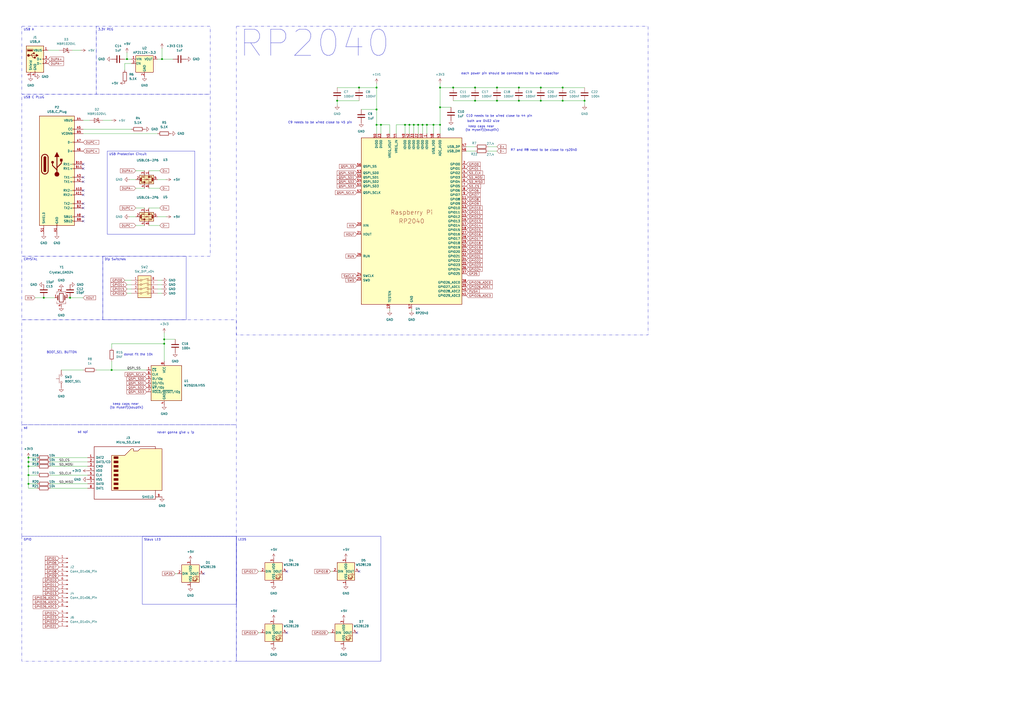
<source format=kicad_sch>
(kicad_sch (version 20250114) (generator "eeschema") (generator_version "9.0")
  (paper "A2")
  (title_block (title "HACKDUCKY BY SOUPTIK ") (date "2025-04-06") (rev "V2"))
  (text "sd spi \n" (at 48.514 250.698 0) (effects (font (size 1.27 1.27))))
  (text "C9 needs to be wired close to 45 pin" (at 185.674 71.12 0) (effects (font (size 1.27 1.27))))
  (text "keep caps near \n(to myself)(souptik)\n" (at 73.406 235.458 0) (effects (font (size 1.27 1.27))))
  (text "donot fit the 10k \n" (at 80.772 205.74 0) (effects (font (size 1.27 1.27))))
  (text "R7 and R8 need to be close to rp2040" (at 315.468 87.122 0) (effects (font (size 1.27 1.27))))
  (text "C10 needs to be wired close to 44 pin" (at 289.56 67.31 0) (effects (font (size 1.27 1.27))))
  (text "BOOT_SEL BUTTON\n" (at 35.814 204.47 0) (effects (font (size 1.27 1.27))))
  (text "never gonna give u ip\n" (at 101.854 250.952 0) (effects (font (size 1.27 1.27))))
  (text "keep caps near \n(to myself)(souptik)\n" (at 279.654 74.422 0) (effects (font (size 1.27 1.27))))
  (text "both are 0402 size" (at 280.416 70.358 0) (effects (font (size 1.27 1.27))))
  (text "each power pin should be connected to its own capacitor" (at 295.91 42.672 0) (effects (font (size 1.27 1.27))))
  (text_box "CRYSTAL" (at 12.7 148.59 0) (size 46.99 36.83) (margins 0.9525 0.9525 0.9525 0.9525) (stroke (width 0) (type dash_dot_dot)) (effects (font (size 1.27 1.27)) (justify left top)))
  (text_box "LEDS\n\n" (at 137.16 311.15 0) (size 83.82 72.39) (margins 0.9525 0.9525 0.9525 0.9525) (effects (font (size 1.27 1.27)) (justify left top)))
  (text_box "RP2040\n" (at 137.16 15.24 0) (size 238.76 179.07) (margins 0.9525 0.9525 0.9525 0.9525) (stroke (width 0) (type dash_dot_dot)) (effects (font (size 15.24 15.24)) (justify left top)))
  (text_box "USB Protection Circuit\n" (at 62.23 87.63 0) (size 50.8 48.26) (margins 0.9525 0.9525 0.9525 0.9525) (effects (font (size 1.27 1.27)) (justify left top)))
  (text_box "Staus LED\n" (at 82.55 311.15 0) (size 54.61 39.37) (margins 0.9525 0.9525 0.9525 0.9525) (effects (font (size 1.27 1.27)) (justify left top)))
  (text_box "" (at 12.7 185.42 0) (size 124.46 60.96) (margins 0.9525 0.9525 0.9525 0.9525) (stroke (width 0) (type dash_dot_dot)) (effects (font (size 1.27 1.27)) (justify left top)))
  (text_box "USB C PLUG" (at 12.7 54.61 0) (size 109.22 93.98) (margins 0.9525 0.9525 0.9525 0.9525) (stroke (width 0) (type dash_dot_dot)) (effects (font (size 1.27 1.27)) (justify left top)))
  (text_box "sd\n" (at 12.7 246.38 0) (size 124.46 64.77) (margins 0.9525 0.9525 0.9525 0.9525) (stroke (width 0) (type dash_dot_dot)) (effects (font (size 1.27 1.27)) (justify left top)))
  (text_box "Dip Switches\n" (at 59.69 148.59 0) (size 48.26 36.83) (margins 0.9525 0.9525 0.9525 0.9525) (effects (font (size 1.27 1.27)) (justify left top)))
  (text_box "3.3V REG\n" (at 55.88 15.24 0) (size 66.04 39.37) (margins 0.9525 0.9525 0.9525 0.9525) (stroke (width 0) (type dash_dot_dot)) (effects (font (size 1.27 1.27)) (justify left top)))
  (text_box "USB A\n" (at 12.7 15.24 0) (size 43.18 39.37) (margins 0.9525 0.9525 0.9525 0.9525) (stroke (width 0) (type dash_dot_dot)) (effects (font (size 1.27 1.27)) (justify left top)))
  (text_box "GPIO\n" (at 12.7 311.15 0) (size 124.46 72.39) (margins 0.9525 0.9525 0.9525 0.9525) (stroke (width 0) (type dash_dot_dot)) (effects (font (size 1.27 1.27)) (justify left top)))
  (junction (at 220.98 72.39))
  (junction (at 300.99 58.42))
  (junction (at 16.51 280.67))
  (junction (at 245.11 72.39))
  (junction (at 326.39 58.42))
  (junction (at 242.57 72.39))
  (junction (at 25.4 172.72))
  (junction (at 73.66 34.29))
  (junction (at 275.59 50.8))
  (junction (at 208.28 50.8))
  (junction (at 93.98 34.29))
  (junction (at 218.44 72.39))
  (junction (at 16.51 275.59))
  (junction (at 247.65 72.39))
  (junction (at 234.95 72.39))
  (junction (at 255.27 72.39))
  (junction (at 275.59 58.42))
  (junction (at 255.27 62.23))
  (junction (at 313.69 50.8))
  (junction (at 326.39 50.8))
  (junction (at 262.89 50.8))
  (junction (at 300.99 50.8))
  (junction (at 313.69 58.42))
  (junction (at 255.27 50.8))
  (junction (at 251.46 72.39))
  (junction (at 40.64 172.72))
  (junction (at 288.29 50.8))
  (junction (at 95.25 199.39))
  (junction (at 195.58 58.42))
  (junction (at 16.51 265.43))
  (junction (at 16.51 267.97))
  (junction (at 218.44 50.8))
  (junction (at 16.51 270.51))
  (junction (at 288.29 58.42))
  (junction (at 240.03 72.39))
  (junction (at 95.25 196.85))
  (junction (at 218.44 63.5))
  (junction (at 339.09 58.42))
  (junction (at 64.77 214.63))
  (junction (at 237.49 72.39))
  (no_connect (at 48.26 95.25))
  (no_connect (at 48.26 120.65))
  (no_connect (at 118.11 332.74))
  (no_connect (at 207.01 367.03))
  (no_connect (at 48.26 113.03))
  (no_connect (at 48.26 110.49))
  (no_connect (at 166.37 367.03))
  (no_connect (at 208.28 331.47))
  (no_connect (at 48.26 105.41))
  (no_connect (at 48.26 128.27))
  (no_connect (at 166.37 331.47))
  (no_connect (at 48.26 97.79))
  (no_connect (at 48.26 102.87))
  (no_connect (at 48.26 118.11))
  (no_connect (at 48.26 125.73))
  (wire (pts (xy 74.93 104.14) (xy 78.74 104.14)))
  (wire (pts (xy 73.66 30.48) (xy 73.66 34.29)))
  (wire (pts (xy 288.29 58.42) (xy 300.99 58.42)))
  (wire (pts (xy 86.36 109.22) (xy 92.71 109.22)))
  (wire (pts (xy 283.21 85.09) (xy 288.29 85.09)))
  (wire (pts (xy 74.93 125.73) (xy 78.74 125.73)))
  (wire (pts (xy 95.25 193.04) (xy 95.25 196.85)))
  (wire (pts (xy 29.21 270.51) (xy 50.8 270.51)))
  (wire (pts (xy 226.06 77.47) (xy 226.06 72.39)))
  (wire (pts (xy 226.06 180.34) (xy 226.06 179.07)))
  (wire (pts (xy 93.98 162.56) (xy 91.44 162.56)))
  (wire (pts (xy 41.91 29.21) (xy 46.99 29.21)))
  (wire (pts (xy 64.77 209.55) (xy 64.77 214.63)))
  (wire (pts (xy 218.44 50.8) (xy 218.44 63.5)))
  (wire (pts (xy 95.25 196.85) (xy 95.25 199.39)))
  (wire (pts (xy 25.4 172.72) (xy 31.75 172.72)))
  (wire (pts (xy 234.95 72.39) (xy 234.95 77.47)))
  (wire (pts (xy 255.27 50.8) (xy 255.27 62.23)))
  (wire (pts (xy 20.32 172.72) (xy 25.4 172.72)))
  (wire (pts (xy 29.21 275.59) (xy 50.8 275.59)))
  (wire (pts (xy 78.74 109.22) (xy 83.82 109.22)))
  (wire (pts (xy 275.59 50.8) (xy 288.29 50.8)))
  (wire (pts (xy 16.51 265.43) (xy 21.59 265.43)))
  (wire (pts (xy 251.46 72.39) (xy 251.46 77.47)))
  (wire (pts (xy 326.39 58.42) (xy 339.09 58.42)))
  (wire (pts (xy 255.27 72.39) (xy 255.27 77.47)))
  (wire (pts (xy 59.69 69.85) (xy 64.77 69.85)))
  (wire (pts (xy 255.27 62.23) (xy 255.27 72.39)))
  (wire (pts (xy 229.87 72.39) (xy 234.95 72.39)))
  (wire (pts (xy 149.86 367.03) (xy 151.13 367.03)))
  (wire (pts (xy 93.98 34.29) (xy 100.33 34.29)))
  (wire (pts (xy 73.66 34.29) (xy 76.2 34.29)))
  (wire (pts (xy 229.87 77.47) (xy 229.87 72.39)))
  (wire (pts (xy 72.39 36.83) (xy 72.39 40.64)))
  (wire (pts (xy 16.51 267.97) (xy 16.51 270.51)))
  (wire (pts (xy 16.51 275.59) (xy 16.51 280.67)))
  (wire (pts (xy 270.51 87.63) (xy 275.59 87.63)))
  (wire (pts (xy 73.66 170.18) (xy 76.2 170.18)))
  (wire (pts (xy 72.39 34.29) (xy 73.66 34.29)))
  (wire (pts (xy 220.98 72.39) (xy 218.44 72.39)))
  (wire (pts (xy 261.62 62.23) (xy 255.27 62.23)))
  (wire (pts (xy 247.65 72.39) (xy 251.46 72.39)))
  (wire (pts (xy 21.59 280.67) (xy 16.51 280.67)))
  (wire (pts (xy 93.98 167.64) (xy 91.44 167.64)))
  (wire (pts (xy 48.26 69.85) (xy 52.07 69.85)))
  (wire (pts (xy 29.21 280.67) (xy 50.8 280.67)))
  (wire (pts (xy 237.49 72.39) (xy 237.49 77.47)))
  (wire (pts (xy 190.5 367.03) (xy 191.77 367.03)))
  (wire (pts (xy 93.98 27.94) (xy 93.98 34.29)))
  (wire (pts (xy 35.56 214.63) (xy 48.26 214.63)))
  (wire (pts (xy 195.58 60.96) (xy 195.58 58.42)))
  (wire (pts (xy 313.69 58.42) (xy 326.39 58.42)))
  (wire (pts (xy 242.57 77.47) (xy 242.57 72.39)))
  (wire (pts (xy 92.71 99.06) (xy 86.36 99.06)))
  (wire (pts (xy 64.77 199.39) (xy 95.25 199.39)))
  (wire (pts (xy 91.44 125.73) (xy 96.52 125.73)))
  (wire (pts (xy 39.37 172.72) (xy 40.64 172.72)))
  (wire (pts (xy 48.26 77.47) (xy 91.44 77.47)))
  (wire (pts (xy 226.06 72.39) (xy 220.98 72.39)))
  (wire (pts (xy 27.94 29.21) (xy 34.29 29.21)))
  (wire (pts (xy 245.11 77.47) (xy 245.11 72.39)))
  (wire (pts (xy 40.64 172.72) (xy 48.26 172.72)))
  (wire (pts (xy 16.51 270.51) (xy 16.51 275.59)))
  (wire (pts (xy 240.03 72.39) (xy 242.57 72.39)))
  (wire (pts (xy 218.44 72.39) (xy 218.44 77.47)))
  (wire (pts (xy 247.65 72.39) (xy 247.65 77.47)))
  (wire (pts (xy 300.99 58.42) (xy 313.69 58.42)))
  (wire (pts (xy 283.21 87.63) (xy 288.29 87.63)))
  (wire (pts (xy 86.36 130.81) (xy 92.71 130.81)))
  (wire (pts (xy 93.98 165.1) (xy 91.44 165.1)))
  (wire (pts (xy 218.44 48.26) (xy 218.44 50.8)))
  (wire (pts (xy 300.99 50.8) (xy 313.69 50.8)))
  (wire (pts (xy 218.44 63.5) (xy 218.44 72.39)))
  (wire (pts (xy 255.27 48.26) (xy 255.27 50.8)))
  (wire (pts (xy 48.26 74.93) (xy 76.2 74.93)))
  (wire (pts (xy 21.59 283.21) (xy 16.51 283.21)))
  (wire (pts (xy 29.21 267.97) (xy 50.8 267.97)))
  (wire (pts (xy 91.44 34.29) (xy 93.98 34.29)))
  (wire (pts (xy 93.98 170.18) (xy 91.44 170.18)))
  (wire (pts (xy 21.59 270.51) (xy 16.51 270.51)))
  (wire (pts (xy 76.2 36.83) (xy 72.39 36.83)))
  (wire (pts (xy 29.21 283.21) (xy 50.8 283.21)))
  (wire (pts (xy 73.66 167.64) (xy 76.2 167.64)))
  (wire (pts (xy 95.25 199.39) (xy 95.25 209.55)))
  (wire (pts (xy 149.86 331.47) (xy 151.13 331.47)))
  (wire (pts (xy 78.74 99.06) (xy 83.82 99.06)))
  (wire (pts (xy 50.8 265.43) (xy 29.21 265.43)))
  (wire (pts (xy 240.03 72.39) (xy 240.03 77.47)))
  (wire (pts (xy 251.46 72.39) (xy 255.27 72.39)))
  (wire (pts (xy 78.74 120.65) (xy 83.82 120.65)))
  (wire (pts (xy 72.39 162.56) (xy 76.2 162.56)))
  (wire (pts (xy 16.51 267.97) (xy 21.59 267.97)))
  (wire (pts (xy 16.51 280.67) (xy 16.51 283.21)))
  (wire (pts (xy 195.58 58.42) (xy 208.28 58.42)))
  (wire (pts (xy 209.55 63.5) (xy 218.44 63.5)))
  (wire (pts (xy 64.77 199.39) (xy 64.77 201.93)))
  (wire (pts (xy 288.29 50.8) (xy 300.99 50.8)))
  (wire (pts (xy 78.74 130.81) (xy 83.82 130.81)))
  (wire (pts (xy 238.76 180.34) (xy 238.76 179.07)))
  (wire (pts (xy 101.6 332.74) (xy 102.87 332.74)))
  (wire (pts (xy 91.44 104.14) (xy 96.52 104.14)))
  (wire (pts (xy 275.59 58.42) (xy 288.29 58.42)))
  (wire (pts (xy 262.89 50.8) (xy 275.59 50.8)))
  (wire (pts (xy 313.69 50.8) (xy 326.39 50.8)))
  (wire (pts (xy 255.27 50.8) (xy 262.89 50.8)))
  (wire (pts (xy 73.66 165.1) (xy 76.2 165.1)))
  (wire (pts (xy 242.57 72.39) (xy 245.11 72.39)))
  (wire (pts (xy 191.77 331.47) (xy 193.04 331.47)))
  (wire (pts (xy 16.51 275.59) (xy 21.59 275.59)))
  (wire (pts (xy 208.28 50.8) (xy 218.44 50.8)))
  (wire (pts (xy 339.09 58.42) (xy 339.09 60.96)))
  (wire (pts (xy 237.49 72.39) (xy 240.03 72.39)))
  (wire (pts (xy 270.51 85.09) (xy 275.59 85.09)))
  (wire (pts (xy 195.58 50.8) (xy 208.28 50.8)))
  (wire (pts (xy 326.39 50.8) (xy 339.09 50.8)))
  (wire (pts (xy 92.71 120.65) (xy 86.36 120.65)))
  (wire (pts (xy 16.51 265.43) (xy 16.51 267.97)))
  (wire (pts (xy 262.89 58.42) (xy 275.59 58.42)))
  (wire (pts (xy 220.98 72.39) (xy 220.98 77.47)))
  (wire (pts (xy 55.88 214.63) (xy 64.77 214.63)))
  (wire (pts (xy 95.25 196.85) (xy 101.6 196.85)))
  (wire (pts (xy 245.11 72.39) (xy 247.65 72.39)))
  (wire (pts (xy 64.77 214.63) (xy 85.09 214.63)))
  (wire (pts (xy 234.95 72.39) (xy 237.49 72.39)))
  (label "SD_CS" (at 34.29 267.97 0))
  (label "SD_MOSI" (at 34.29 270.51 0))
  (label "SD_CLK" (at 34.29 275.59 0))
  (label "SD_MISO" (at 34.29 280.67 0))
  (label "QSPI_SS" (at 73.66 214.63 0))
  (global_label "SWCLK" (shape input) (at 207.01 160.02 180) (property "Intersheetrefs" "${INTERSHEET_REFS}" (effects (hide yes))))
  (global_label "GPIO13" (shape input) (at 34.29 344.17 180) (property "Intersheetrefs" "${INTERSHEET_REFS}" (effects (hide yes))))
  (global_label "SD_MISO" (shape input) (at 270.51 105.41 0) (property "Intersheetrefs" "${INTERSHEET_REFS}" (effects (hide yes))))
  (global_label "GPIO26_ADC1" (shape input) (at 34.29 346.71 180) (property "Intersheetrefs" "${INTERSHEET_REFS}" (effects (hide yes))))
  (global_label "GP25" (shape input) (at 270.51 158.75 0) (property "Intersheetrefs" "${INTERSHEET_REFS}" (effects (hide yes))))
  (global_label "DUPA+" (shape input) (at 78.74 99.06 180) (property "Intersheetrefs" "${INTERSHEET_REFS}" (effects (hide yes))))
  (global_label "GPIO8" (shape input) (at 34.29 331.47 180) (property "Intersheetrefs" "${INTERSHEET_REFS}" (effects (hide yes))))
  (global_label "GPIO12" (shape input) (at 270.51 125.73 0) (property "Intersheetrefs" "${INTERSHEET_REFS}" (effects (hide yes))))
  (global_label "DUPC-" (shape input) (at 48.26 82.55 0) (property "Intersheetrefs" "${INTERSHEET_REFS}" (effects (hide yes))))
  (global_label "QSPI_SCLK" (shape input) (at 207.01 111.76 180) (property "Intersheetrefs" "${INTERSHEET_REFS}" (effects (hide yes))))
  (global_label "D-" (shape input) (at 92.71 109.22 0) (property "Intersheetrefs" "${INTERSHEET_REFS}" (effects (hide yes))))
  (global_label "RUN" (shape input) (at 207.01 148.59 180) (property "Intersheetrefs" "${INTERSHEET_REFS}" (effects (hide yes))))
  (global_label "GPIO23" (shape input) (at 34.29 358.14 180) (property "Intersheetrefs" "${INTERSHEET_REFS}" (effects (hide yes))))
  (global_label "D+" (shape input) (at 92.71 120.65 0) (property "Intersheetrefs" "${INTERSHEET_REFS}" (effects (hide yes))))
  (global_label "GPIO24" (shape input) (at 270.51 156.21 0) (property "Intersheetrefs" "${INTERSHEET_REFS}" (effects (hide yes))))
  (global_label "GPIO9" (shape input) (at 34.29 334.01 180) (property "Intersheetrefs" "${INTERSHEET_REFS}" (effects (hide yes))))
  (global_label "GPIO11" (shape input) (at 34.29 339.09 180) (property "Intersheetrefs" "${INTERSHEET_REFS}" (effects (hide yes))))
  (global_label "GPIO22" (shape input) (at 270.51 151.13 0) (property "Intersheetrefs" "${INTERSHEET_REFS}" (effects (hide yes))))
  (global_label "QSPI_SD2" (shape input) (at 85.09 224.79 180) (property "Intersheetrefs" "${INTERSHEET_REFS}" (effects (hide yes))))
  (global_label "GPIO9" (shape input) (at 270.51 118.11 0) (property "Intersheetrefs" "${INTERSHEET_REFS}" (effects (hide yes))))
  (global_label "GPIO6" (shape input) (at 34.29 326.39 180) (property "Intersheetrefs" "${INTERSHEET_REFS}" (effects (hide yes))))
  (global_label "XOUT" (shape input) (at 207.01 135.89 180) (property "Intersheetrefs" "${INTERSHEET_REFS}" (effects (hide yes))))
  (global_label "DUPA-" (shape input) (at 27.94 36.83 0) (property "Intersheetrefs" "${INTERSHEET_REFS}" (effects (hide yes))))
  (global_label "GPIO6" (shape input) (at 270.51 110.49 0) (property "Intersheetrefs" "${INTERSHEET_REFS}" (effects (hide yes))))
  (global_label "D+" (shape input) (at 288.29 85.09 0) (property "Intersheetrefs" "${INTERSHEET_REFS}" (effects (hide yes))))
  (global_label "GPIO26_ADC3" (shape input) (at 34.29 351.79 180) (property "Intersheetrefs" "${INTERSHEET_REFS}" (effects (hide yes))))
  (global_label "GPIO20" (shape input) (at 270.51 146.05 0) (property "Intersheetrefs" "${INTERSHEET_REFS}" (effects (hide yes))))
  (global_label "GPIO23" (shape input) (at 270.51 153.67 0) (property "Intersheetrefs" "${INTERSHEET_REFS}" (effects (hide yes))))
  (global_label "GPIO10" (shape input) (at 34.29 336.55 180) (property "Intersheetrefs" "${INTERSHEET_REFS}" (effects (hide yes))))
  (global_label "QSPI_SD0" (shape input) (at 207.01 100.33 180) (property "Intersheetrefs" "${INTERSHEET_REFS}" (effects (hide yes))))
  (global_label "XIN" (shape input) (at 20.32 172.72 180) (property "Intersheetrefs" "${INTERSHEET_REFS}" (effects (hide yes))))
  (global_label "GPIO18" (shape input) (at 191.77 331.47 180) (property "Intersheetrefs" "${INTERSHEET_REFS}" (effects (hide yes))))
  (global_label "QSPI_SD3" (shape input) (at 207.01 107.95 180) (property "Intersheetrefs" "${INTERSHEET_REFS}" (effects (hide yes))))
  (global_label "GPIO16" (shape input) (at 73.66 170.18 180) (property "Intersheetrefs" "${INTERSHEET_REFS}" (effects (hide yes))))
  (global_label "QSPI_SCLK" (shape input) (at 85.09 217.17 180) (property "Intersheetrefs" "${INTERSHEET_REFS}" (effects (hide yes))))
  (global_label "GPIO15" (shape input) (at 73.66 167.64 180) (property "Intersheetrefs" "${INTERSHEET_REFS}" (effects (hide yes))))
  (global_label "GPIO7" (shape input) (at 34.29 328.93 180) (property "Intersheetrefs" "${INTERSHEET_REFS}" (effects (hide yes))))
  (global_label "GPIO18" (shape input) (at 270.51 140.97 0) (property "Intersheetrefs" "${INTERSHEET_REFS}" (effects (hide yes))))
  (global_label "GPIO13" (shape input) (at 270.51 128.27 0) (property "Intersheetrefs" "${INTERSHEET_REFS}" (effects (hide yes))))
  (global_label "GPIO24" (shape input) (at 34.29 355.6 180) (property "Intersheetrefs" "${INTERSHEET_REFS}" (effects (hide yes))))
  (global_label "GPIO11" (shape input) (at 270.51 123.19 0) (property "Intersheetrefs" "${INTERSHEET_REFS}" (effects (hide yes))))
  (global_label "PUSH" (shape input) (at 270.51 168.91 0) (property "Intersheetrefs" "${INTERSHEET_REFS}" (effects (hide yes))))
  (global_label "GPIO21" (shape input) (at 34.29 363.22 180) (property "Intersheetrefs" "${INTERSHEET_REFS}" (effects (hide yes))))
  (global_label "GPIO19" (shape input) (at 149.86 367.03 180) (property "Intersheetrefs" "${INTERSHEET_REFS}" (effects (hide yes))))
  (global_label "DUPC-" (shape input) (at 78.74 130.81 180) (property "Intersheetrefs" "${INTERSHEET_REFS}" (effects (hide yes))))
  (global_label "GPIO26_ADC0" (shape input) (at 34.29 349.25 180) (property "Intersheetrefs" "${INTERSHEET_REFS}" (effects (hide yes))))
  (global_label "GPIO0" (shape input) (at 72.39 162.56 180) (property "Intersheetrefs" "${INTERSHEET_REFS}" (effects (hide yes))))
  (global_label "D+" (shape input) (at 92.71 99.06 0) (property "Intersheetrefs" "${INTERSHEET_REFS}" (effects (hide yes))))
  (global_label "GPIO17" (shape input) (at 149.86 331.47 180) (property "Intersheetrefs" "${INTERSHEET_REFS}" (effects (hide yes))))
  (global_label "QSPI_SD1" (shape input) (at 207.01 102.87 180) (property "Intersheetrefs" "${INTERSHEET_REFS}" (effects (hide yes))))
  (global_label "XOUT" (shape input) (at 48.26 172.72 0) (property "Intersheetrefs" "${INTERSHEET_REFS}" (effects (hide yes))))
  (global_label "GPIO1" (shape input) (at 270.51 97.79 0) (property "Intersheetrefs" "${INTERSHEET_REFS}" (effects (hide yes))))
  (global_label "GPIO17" (shape input) (at 270.51 138.43 0) (property "Intersheetrefs" "${INTERSHEET_REFS}" (effects (hide yes))))
  (global_label "GPIO21" (shape input) (at 270.51 148.59 0) (property "Intersheetrefs" "${INTERSHEET_REFS}" (effects (hide yes))))
  (global_label "QSPI_SD3" (shape input) (at 85.09 227.33 180) (property "Intersheetrefs" "${INTERSHEET_REFS}" (effects (hide yes))))
  (global_label "DUPC+" (shape input) (at 78.74 120.65 180) (property "Intersheetrefs" "${INTERSHEET_REFS}" (effects (hide yes))))
  (global_label "SD_MOSI" (shape input) (at 270.51 102.87 0) (property "Intersheetrefs" "${INTERSHEET_REFS}" (effects (hide yes))))
  (global_label "GPIO10" (shape input) (at 270.51 120.65 0) (property "Intersheetrefs" "${INTERSHEET_REFS}" (effects (hide yes))))
  (global_label "GPIO0" (shape input) (at 270.51 95.25 0) (property "Intersheetrefs" "${INTERSHEET_REFS}" (effects (hide yes))))
  (global_label "GPIO8" (shape input) (at 270.51 115.57 0) (property "Intersheetrefs" "${INTERSHEET_REFS}" (effects (hide yes))))
  (global_label "SD_CLK" (shape input) (at 270.51 100.33 0) (property "Intersheetrefs" "${INTERSHEET_REFS}" (effects (hide yes))))
  (global_label "GP25" (shape input) (at 101.6 332.74 180) (property "Intersheetrefs" "${INTERSHEET_REFS}" (effects (hide yes))))
  (global_label "GPIO12" (shape input) (at 34.29 341.63 180) (property "Intersheetrefs" "${INTERSHEET_REFS}" (effects (hide yes))))
  (global_label "DUPC+" (shape input) (at 48.26 87.63 0) (property "Intersheetrefs" "${INTERSHEET_REFS}" (effects (hide yes))))
  (global_label "GPIO16" (shape input) (at 270.51 135.89 0) (property "Intersheetrefs" "${INTERSHEET_REFS}" (effects (hide yes))))
  (global_label "QSPI_SD0" (shape input) (at 85.09 219.71 180) (property "Intersheetrefs" "${INTERSHEET_REFS}" (effects (hide yes))))
  (global_label "DUPA+" (shape input) (at 27.94 34.29 0) (property "Intersheetrefs" "${INTERSHEET_REFS}" (effects (hide yes))))
  (global_label "GPIO1" (shape input) (at 34.29 323.85 180) (property "Intersheetrefs" "${INTERSHEET_REFS}" (effects (hide yes))))
  (global_label "GPIO22" (shape input) (at 34.29 360.68 180) (property "Intersheetrefs" "${INTERSHEET_REFS}" (effects (hide yes))))
  (global_label "GPIO19" (shape input) (at 270.51 143.51 0) (property "Intersheetrefs" "${INTERSHEET_REFS}" (effects (hide yes))))
  (global_label "GPIO7" (shape input) (at 270.51 113.03 0) (property "Intersheetrefs" "${INTERSHEET_REFS}" (effects (hide yes))))
  (global_label "GPIO14" (shape input) (at 270.51 130.81 0) (property "Intersheetrefs" "${INTERSHEET_REFS}" (effects (hide yes))))
  (global_label "GPIO26_ADC3" (shape input) (at 270.51 171.45 0) (property "Intersheetrefs" "${INTERSHEET_REFS}" (effects (hide yes))))
  (global_label "D-" (shape input) (at 92.71 130.81 0) (property "Intersheetrefs" "${INTERSHEET_REFS}" (effects (hide yes))))
  (global_label "SD_CS" (shape input) (at 270.51 107.95 0) (property "Intersheetrefs" "${INTERSHEET_REFS}" (effects (hide yes))))
  (global_label "DUPA-" (shape input) (at 78.74 109.22 180) (property "Intersheetrefs" "${INTERSHEET_REFS}" (effects (hide yes))))
  (global_label "GPIO15" (shape input) (at 270.51 133.35 0) (property "Intersheetrefs" "${INTERSHEET_REFS}" (effects (hide yes))))
  (global_label "XIN" (shape input) (at 207.01 130.81 180) (property "Intersheetrefs" "${INTERSHEET_REFS}" (effects (hide yes))))
  (global_label "GPIO20" (shape input) (at 190.5 367.03 180) (property "Intersheetrefs" "${INTERSHEET_REFS}" (effects (hide yes))))
  (global_label "QSPI_SD1" (shape input) (at 85.09 222.25 180) (property "Intersheetrefs" "${INTERSHEET_REFS}" (effects (hide yes))))
  (global_label "GPIO26_ADC1" (shape input) (at 270.51 166.37 0) (property "Intersheetrefs" "${INTERSHEET_REFS}" (effects (hide yes))))
  (global_label "GPIO14" (shape input) (at 73.66 165.1 180) (property "Intersheetrefs" "${INTERSHEET_REFS}" (effects (hide yes))))
  (global_label "QSPI_SD2" (shape input) (at 207.01 105.41 180) (property "Intersheetrefs" "${INTERSHEET_REFS}" (effects (hide yes))))
  (global_label "D-" (shape input) (at 288.29 87.63 0) (property "Intersheetrefs" "${INTERSHEET_REFS}" (effects (hide yes))))
  (global_label "GPIO26_ADC0" (shape input) (at 270.51 163.83 0) (property "Intersheetrefs" "${INTERSHEET_REFS}" (effects (hide yes))))
  (global_label "QSPI_SS" (shape input) (at 207.01 96.52 180) (property "Intersheetrefs" "${INTERSHEET_REFS}" (effects (hide yes))))
  (global_label "SWD" (shape input) (at 207.01 162.56 180) (property "Intersheetrefs" "${INTERSHEET_REFS}" (effects (hide yes))))
  (symbol (lib_id "Device:R") (at 25.4 267.97 90) (unit 1)
    (property "Reference" "R17" (at 20.574 266.7 90))
    (property "Value" "10k" (at 30.226 266.7 90))
    (property "Footprint" "Resistor_SMD:R_0402_1005Metric" (effects (hide yes)))
    (property "Description" "Resistor" (effects (hide yes)))
  )
  (symbol (lib_id "Device:C") (at 208.28 54.61 0) (unit 1)
    (property "Reference" "C8" (at 212.09 53.3399 0) (effects (justify left)))
    (property "Value" "100nF" (at 212.09 55.8799 0) (effects (justify left)))
    (property "Footprint" "Capacitor_SMD:C_0402_1005Metric" (effects (hide yes)))
    (property "Description" "Unpolarized capacitor" (effects (hide yes)))
  )
  (symbol (lib_id "power:+5V") (at 96.52 104.14 270) (unit 1)
    (property "Reference" "#PWR05" (effects (hide yes)))
    (property "Value" "+5V" (at 100.33 104.1399 90) (effects (justify left)))
    (property "Description" "Power symbol creates a global label with name \"+5V\"" (effects (hide yes)))
  )
  (symbol (lib_id "power:GND") (at 74.93 125.73 270) (unit 1)
    (property "Reference" "#PWR06" (effects (hide yes)))
    (property "Value" "GND" (at 71.12 125.7299 90) (effects (justify right)))
    (property "Description" "Power symbol creates a global label with name \"GND\" , ground" (effects (hide yes)))
  )
  (symbol (lib_id "LED:SK6812") (at 110.49 332.74 0) (unit 1)
    (property "Reference" "D1" (at 120.65 326.3198 0))
    (property "Value" "WS2812B" (at 120.65 328.8598 0))
    (property "Footprint" "LED_SMD:LED_WS2812B-2020_PLCC4_2.0x2.0mm" (effects (hide yes)))
    (property "Datasheet" "https://cdn-shop.adafruit.com/product-files/1138/SK6812+LED+datasheet+.pdf" (effects (hide yes)))
    (property "Description" "RGB LED with integrated controller" (effects (hide yes)))
  )
  (symbol (lib_id "power:+3V3") (at 255.27 48.26 0) (unit 1)
    (property "Reference" "#PWR037" (effects (hide yes)))
    (property "Value" "+3V3" (at 255.27 43.18 0))
    (property "Description" "Power symbol creates a global label with name \"+3V3\"" (effects (hide yes)))
  )
  (symbol (lib_id "Device:C") (at 275.59 54.61 0) (unit 1)
    (property "Reference" "C17" (at 279.4 53.3399 0) (effects (justify left)))
    (property "Value" "100nF" (at 279.4 55.8799 0) (effects (justify left)))
    (property "Footprint" "Capacitor_SMD:C_0402_1005Metric" (effects (hide yes)))
    (property "Description" "Unpolarized capacitor" (effects (hide yes)))
  )
  (symbol (lib_id "power:GND") (at 238.76 180.34 0) (unit 1)
    (property "Reference" "#PWR035" (effects (hide yes)))
    (property "Value" "GND" (at 238.76 185.42 0))
    (property "Description" "Power symbol creates a global label with name \"GND\" , ground" (effects (hide yes)))
  )
  (symbol (lib_id "power:GND") (at 95.25 234.95 0) (unit 1)
    (property "Reference" "#PWR047" (effects (hide yes)))
    (property "Value" "GND" (at 95.25 240.03 0))
    (property "Description" "Power symbol creates a global label with name \"GND\" , ground" (effects (hide yes)))
  )
  (symbol (lib_id "power:+5V") (at 46.99 29.21 270) (unit 1)
    (property "Reference" "#PWR014" (effects (hide yes)))
    (property "Value" "+5V" (at 50.8 29.2099 90) (effects (justify left)))
    (property "Description" "Power symbol creates a global label with name \"+5V\"" (effects (hide yes)))
  )
  (symbol (lib_id "Connector:Conn_01x04_Pin") (at 39.37 360.68 180) (unit 1)
    (property "Reference" "J6" (at 40.64 358.1399 0) (effects (justify right)))
    (property "Value" "Conn_01x04_Pin" (at 40.64 360.6799 0) (effects (justify right)))
    (property "Footprint" "Connector_PinHeader_2.54mm:PinHeader_1x04_P2.54mm_Vertical" (effects (hide yes)))
    (property "Description" "Generic connector, single row, 01x04, script generated" (effects (hide yes)))
  )
  (symbol (lib_id "power:GND") (at 25.4 135.89 0) (unit 1)
    (property "Reference" "#PWR029" (effects (hide yes)))
    (property "Value" "GND" (at 25.4 140.97 0))
    (property "Description" "Power symbol creates a global label with name \"GND\" , ground" (effects (hide yes)))
  )
  (symbol (lib_id "power:GND") (at 35.56 177.8 0) (unit 1)
    (property "Reference" "#PWR020" (effects (hide yes)))
    (property "Value" "GND" (at 35.56 182.88 0))
    (property "Description" "Power symbol creates a global label with name \"GND\" , ground" (effects (hide yes)))
  )
  (symbol (lib_id "power:+5V") (at 158.75 359.41 0) (unit 1)
    (property "Reference" "#PWR040" (effects (hide yes)))
    (property "Value" "+5V" (at 158.75 354.33 0))
    (property "Description" "Power symbol creates a global label with name \"+5V\"" (effects (hide yes)))
  )
  (symbol (lib_id "power:+5V") (at 72.39 48.26 90) (unit 1)
    (property "Reference" "#PWR051" (effects (hide yes)))
    (property "Value" "+5V" (at 68.58 48.2599 90) (effects (justify left)))
    (property "Description" "Power symbol creates a global label with name \"+5V\"" (effects (hide yes)))
  )
  (symbol (lib_id "power:+5V") (at 199.39 359.41 0) (unit 1)
    (property "Reference" "#PWR045" (effects (hide yes)))
    (property "Value" "+5V" (at 199.39 354.33 0))
    (property "Description" "Power symbol creates a global label with name \"+5V\"" (effects (hide yes)))
  )
  (symbol (lib_id "power:GND") (at 200.66 339.09 0) (unit 1)
    (property "Reference" "#PWR039" (effects (hide yes)))
    (property "Value" "GND" (at 200.66 344.17 0))
    (property "Description" "Power symbol creates a global label with name \"GND\" , ground" (effects (hide yes)))
  )
  (symbol (lib_id "Device:C") (at 288.29 54.61 0) (unit 1)
    (property "Reference" "C18" (at 292.1 53.3399 0) (effects (justify left)))
    (property "Value" "100nF" (at 292.1 55.8799 0) (effects (justify left)))
    (property "Footprint" "Capacitor_SMD:C_0402_1005Metric" (effects (hide yes)))
    (property "Description" "Unpolarized capacitor" (effects (hide yes)))
  )
  (symbol (lib_id "power:GND") (at 261.62 69.85 0) (unit 1)
    (property "Reference" "#PWR049" (effects (hide yes)))
    (property "Value" "GND" (at 261.62 74.93 0))
    (property "Description" "Power symbol creates a global label with name \"GND\" , ground" (effects (hide yes)))
  )
  (symbol (lib_id "Connector:Conn_01x06_Pin") (at 39.37 328.93 0) (mirror y) (unit 1)
    (property "Reference" "J2" (at 40.64 328.9299 0) (effects (justify right)))
    (property "Value" "Conn_01x06_Pin" (at 40.64 331.4699 0) (effects (justify right)))
    (property "Footprint" "Connector_PinSocket_2.54mm:PinSocket_1x06_P2.54mm_Vertical" (effects (hide yes)))
    (property "Description" "Generic connector, single row, 01x06, script generated" (effects (hide yes)))
  )
  (symbol (lib_id "power:GND") (at 25.4 165.1 270) (unit 1)
    (property "Reference" "#PWR018" (effects (hide yes)))
    (property "Value" "GND" (at 21.59 165.0999 90) (effects (justify right)))
    (property "Description" "Power symbol creates a global label with name \"GND\" , ground" (effects (hide yes)))
  )
  (symbol (lib_id "Connector:Conn_01x06_Pin") (at 39.37 344.17 0) (mirror y) (unit 1)
    (property "Reference" "J4" (at 40.64 344.1699 0) (effects (justify right)))
    (property "Value" "Conn_01x06_Pin" (at 40.64 346.7099 0) (effects (justify right)))
    (property "Footprint" "Connector_PinSocket_2.54mm:PinSocket_1x06_P2.54mm_Vertical" (effects (hide yes)))
    (property "Description" "Generic connector, single row, 01x06, script generated" (effects (hide yes)))
  )
  (symbol (lib_id "Connector:Micro_SD_Card") (at 73.66 273.05 0) (unit 1)
    (property "Reference" "J3" (at 74.295 254 0))
    (property "Value" "Micro_SD_Card" (at 74.295 256.54 0))
    (property "Footprint" "Connector_Card:microSD_HC_Molex_47219-2001" (effects (hide yes)))
    (property "Datasheet" "http://katalog.we-online.de/em/datasheet/693072010801.pdf" (effects (hide yes)))
    (property "Description" "Micro SD Card Socket" (effects (hide yes)))
  )
  (symbol (lib_id "Device:C") (at 326.39 54.61 0) (unit 1)
    (property "Reference" "C21" (at 330.2 53.3399 0) (effects (justify left)))
    (property "Value" "100nF" (at 330.2 55.8799 0) (effects (justify left)))
    (property "Footprint" "Capacitor_SMD:C_0402_1005Metric" (effects (hide yes)))
    (property "Description" "Unpolarized capacitor" (effects (hide yes)))
  )
  (symbol (lib_id "Device:C") (at 261.62 66.04 0) (unit 1)
    (property "Reference" "C10" (at 265.43 64.7699 0) (effects (justify left)))
    (property "Value" "1uF" (at 265.43 67.3099 0) (effects (justify left)))
    (property "Footprint" "Capacitor_SMD:C_0402_1005Metric" (effects (hide yes)))
    (property "Description" "Unpolarized capacitor" (effects (hide yes)))
  )
  (symbol (lib_id "LED:SK6812") (at 200.66 331.47 0) (unit 1)
    (property "Reference" "D5" (at 210.82 325.0498 0))
    (property "Value" "WS2812B" (at 210.82 327.5898 0))
    (property "Footprint" "LED_SMD:LED_WS2812B-2020_PLCC4_2.0x2.0mm" (effects (hide yes)))
    (property "Datasheet" "https://cdn-shop.adafruit.com/product-files/1138/SK6812+LED+datasheet+.pdf" (effects (hide yes)))
    (property "Description" "RGB LED with integrated controller" (effects (hide yes)))
  )
  (symbol (lib_id "power:GND") (at 195.58 60.96 0) (unit 1)
    (property "Reference" "#PWR026" (effects (hide yes)))
    (property "Value" "GND" (at 195.58 66.04 0))
    (property "Description" "Power symbol creates a global label with name \"GND\" , ground" (effects (hide yes)))
  )
  (symbol (lib_id "Device:R") (at 279.4 85.09 90) (unit 1)
    (property "Reference" "R7" (at 275.082 83.058 90))
    (property "Value" "27.4" (at 284.48 83.312 90))
    (property "Footprint" "Resistor_SMD:R_0402_1005Metric" (effects (hide yes)))
    (property "Description" "Resistor" (effects (hide yes)))
  )
  (symbol (lib_id "power:GND") (at 20.32 44.45 90) (unit 1)
    (property "Reference" "#PWR043" (effects (hide yes)))
    (property "Value" "GND" (at 24.13 44.4499 90) (effects (justify right)))
    (property "Description" "Power symbol creates a global label with name \"GND\" , ground" (effects (hide yes)))
  )
  (symbol (lib_id "Connector:USB_A") (at 20.32 34.29 0) (unit 1)
    (property "Reference" "J1" (at 20.32 21.59 0))
    (property "Value" "USB_A" (at 20.32 24.13 0))
    (property "Footprint" "Connector_USB:USB_A_CNCTech_1001-011-01101_Horizontal" (effects (hide yes)))
    (property "Description" "USB Type A connector" (effects (hide yes)))
  )
  (symbol (lib_id "Device:R") (at 64.77 205.74 0) (unit 1)
    (property "Reference" "R15" (at 67.31 204.4699 0) (effects (justify left)))
    (property "Value" "DNF" (at 67.31 207.0099 0) (effects (justify left)))
    (property "Footprint" "Resistor_SMD:R_0805_2012Metric_Pad1.20x1.40mm_HandSolder" (effects (hide yes)))
    (property "Description" "Resistor" (effects (hide yes)))
  )
  (symbol (lib_id "Device:C") (at 262.89 54.61 0) (unit 1)
    (property "Reference" "C11" (at 266.7 53.3399 0) (effects (justify left)))
    (property "Value" "100nF" (at 266.7 55.8799 0) (effects (justify left)))
    (property "Footprint" "Capacitor_SMD:C_0402_1005Metric" (effects (hide yes)))
    (property "Description" "Unpolarized capacitor" (effects (hide yes)))
  )
  (symbol (lib_id "power:GND") (at 74.93 104.14 270) (unit 1)
    (property "Reference" "#PWR04" (effects (hide yes)))
    (property "Value" "GND" (at 71.12 104.1399 90) (effects (justify right)))
    (property "Description" "Power symbol creates a global label with name \"GND\" , ground" (effects (hide yes)))
  )
  (symbol (lib_id "Device:C") (at 339.09 54.61 0) (unit 1)
    (property "Reference" "C22" (at 342.9 53.3399 0) (effects (justify left)))
    (property "Value" "100n" (at 342.9 55.8799 0) (effects (justify left)))
    (property "Footprint" "Capacitor_SMD:C_0402_1005Metric" (effects (hide yes)))
    (property "Description" "Unpolarized capacitor" (effects (hide yes)))
  )
  (symbol (lib_id "Device:C") (at 40.64 168.91 180) (unit 1)
    (property "Reference" "C12" (at 44.45 167.6399 0) (effects (justify right)))
    (property "Value" "15pF" (at 44.196 169.672 0) (effects (justify right)))
    (property "Footprint" "Capacitor_SMD:C_0402_1005Metric" (effects (hide yes)))
    (property "Description" "Unpolarized capacitor" (effects (hide yes)))
  )
  (symbol (lib_id "power:GND") (at 35.56 224.79 0) (unit 1)
    (property "Reference" "#PWR012" (effects (hide yes)))
    (property "Value" "GND" (at 35.56 229.87 0))
    (property "Description" "Power symbol creates a global label with name \"GND\" , ground" (effects (hide yes)))
  )
  (symbol (lib_id "power:GND") (at 93.98 288.29 0) (unit 1)
    (property "Reference" "#PWR033" (effects (hide yes)))
    (property "Value" "GND" (at 93.98 293.37 0))
    (property "Description" "Power symbol creates a global label with name \"GND\" , ground" (effects (hide yes)))
  )
  (symbol (lib_id "power:+3V3") (at 16.51 265.43 0) (unit 1)
    (property "Reference" "#PWR02" (effects (hide yes)))
    (property "Value" "+3V3" (at 16.51 260.35 0))
    (property "Description" "Power symbol creates a global label with name \"+3V3\"" (effects (hide yes)))
  )
  (symbol (lib_id "Device:R") (at 52.07 214.63 90) (unit 1)
    (property "Reference" "R8" (at 52.07 208.28 90))
    (property "Value" "1k" (at 52.07 210.82 90))
    (property "Footprint" "Resistor_SMD:R_0402_1005Metric" (effects (hide yes)))
    (property "Description" "Resistor" (effects (hide yes)))
  )
  (symbol (lib_id "power:GND") (at 83.82 74.93 90) (unit 1)
    (property "Reference" "#PWR030" (effects (hide yes)))
    (property "Value" "GND" (at 87.63 74.9299 90) (effects (justify right)))
    (property "Description" "Power symbol creates a global label with name \"GND\" , ground" (effects (hide yes)))
  )
  (symbol (lib_id "Device:Crystal_GND24") (at 35.56 172.72 0) (unit 1)
    (property "Reference" "Y1" (at 35.814 154.94 0))
    (property "Value" "Crystal_GND24" (at 35.56 157.988 0))
    (property "Footprint" "Crystal:Crystal_SMD_Abracon_ABM8G-4Pin_3.2x2.5mm" (effects (hide yes)))
    (property "Description" "Four pin crystal, GND on pins 2 and 4" (effects (hide yes)))
  )
  (symbol (lib_id "power:GND") (at 50.8 278.13 270) (unit 1)
    (property "Reference" "#PWR09" (effects (hide yes)))
    (property "Value" "GND" (at 46.99 278.1299 90) (effects (justify right)))
    (property "Description" "Power symbol creates a global label with name \"GND\" , ground" (effects (hide yes)))
  )
  (symbol (lib_id "Device:R") (at 25.4 280.67 90) (unit 1)
    (property "Reference" "R20" (at 20.574 279.4 90))
    (property "Value" "10k" (at 30.226 279.4 90))
    (property "Footprint" "Resistor_SMD:R_0402_1005Metric" (effects (hide yes)))
    (property "Description" "Resistor" (effects (hide yes)))
  )
  (symbol (lib_id "power:+3V3") (at 93.98 27.94 0) (unit 1)
    (property "Reference" "#PWR025" (effects (hide yes)))
    (property "Value" "+3V3" (at 96.52 26.6699 0) (effects (justify left)))
    (property "Description" "Power symbol creates a global label with name \"+3V3\"" (effects (hide yes)))
  )
  (symbol (lib_id "power:GND") (at 83.82 44.45 0) (unit 1)
    (property "Reference" "#PWR024" (effects (hide yes)))
    (property "Value" "GND" (at 83.82 49.53 0))
    (property "Description" "Power symbol creates a global label with name \"GND\" , ground" (effects (hide yes)))
  )
  (symbol (lib_id "Switch:SW_Push") (at 35.56 219.71 90) (unit 1)
    (property "Reference" "SW3" (at 37.592 218.694 90) (effects (justify right)))
    (property "Value" "BOOT_SEL" (at 37.592 221.234 90) (effects (justify right)))
    (property "Footprint" "Button_Switch_SMD:SW_Push_1P1T_XKB_TS-1187A" (effects (hide yes)))
    (property "Description" "Push button switch, generic, two pins" (effects (hide yes)))
    (property "LCSC" "C318884" (effects (hide yes)))
  )
  (symbol (lib_id "Power_Protection:USBLC6-2P6") (at 86.36 104.14 270) (unit 1)
    (property "Reference" "U3" (at 94.488 92.71 90) (effects (justify left)))
    (property "Value" "USBLC6-2P6" (at 79.248 92.964 90) (effects (justify left)))
    (property "Footprint" "Package_TO_SOT_SMD:SOT-666" (effects (hide yes)))
    (property "Datasheet" "https://www.st.com/resource/en/datasheet/usblc6-2.pdf" (effects (hide yes)))
    (property "Description" "Very low capacitance ESD protection diode, 2 data-line, SOT-666" (effects (hide yes)))
  )
  (symbol (lib_id "power:GND") (at 158.75 374.65 0) (unit 1)
    (property "Reference" "#PWR041" (effects (hide yes)))
    (property "Value" "GND" (at 158.75 379.73 0))
    (property "Description" "Power symbol creates a global label with name \"GND\" , ground" (effects (hide yes)))
  )
  (symbol (lib_id "Connector:USB_C_Plug") (at 33.02 95.25 0) (unit 1)
    (property "Reference" "P2" (at 33.02 62.23 0))
    (property "Value" "USB_C_Plug" (at 33.02 64.77 0))
    (property "Footprint" "Connector_USB:USB_C_Plug_Molex_105444" (effects (hide yes)))
    (property "Datasheet" "https://www.usb.org/sites/default/files/documents/usb_type-c.zip" (effects (hide yes)))
    (property "Description" "USB Type-C Plug connector" (effects (hide yes)))
  )
  (symbol (lib_id "Device:C") (at 300.99 54.61 0) (unit 1)
    (property "Reference" "C19" (at 304.8 53.3399 0) (effects (justify left)))
    (property "Value" "100nF" (at 304.8 55.8799 0) (effects (justify left)))
    (property "Footprint" "Capacitor_SMD:C_0402_1005Metric" (effects (hide yes)))
    (property "Description" "Unpolarized capacitor" (effects (hide yes)))
  )
  (symbol (lib_id "power:+1V1") (at 218.44 48.26 0) (unit 1)
    (property "Reference" "#PWR028" (effects (hide yes)))
    (property "Value" "+1V1" (at 218.44 43.18 0))
    (property "Description" "Power symbol creates a global label with name \"+1V1\"" (effects (hide yes)))
  )
  (symbol (lib_id "power:+5V") (at 64.77 69.85 270) (unit 1)
    (property "Reference" "#PWR013" (effects (hide yes)))
    (property "Value" "+5V" (at 68.58 69.8499 90) (effects (justify left)))
    (property "Description" "Power symbol creates a global label with name \"+5V\"" (effects (hide yes)))
  )
  (symbol (lib_id "Device:C") (at 209.55 67.31 0) (unit 1)
    (property "Reference" "C9" (at 213.36 66.0399 0) (effects (justify left)))
    (property "Value" "1uF" (at 213.36 68.5799 0) (effects (justify left)))
    (property "Footprint" "Capacitor_SMD:C_0402_1005Metric" (effects (hide yes)))
    (property "Description" "Unpolarized capacitor" (effects (hide yes)))
  )
  (symbol (lib_id "Diode:MBR1020VL") (at 38.1 29.21 180) (unit 1)
    (property "Reference" "D3" (at 38.4175 22.86 0))
    (property "Value" "MBR1020VL" (at 38.4175 25.4 0))
    (property "Footprint" "Diode_SMD:D_SOD-123F" (effects (hide yes)))
    (property "Datasheet" "https://www.onsemi.com/pub/Collateral/MBR1020VL-D.PDF" (effects (hide yes)))
    (property "Description" "20V, 1A, 340 mV, Schottky Diode Rectifier, SOD-123F" (effects (hide yes)))
  )
  (symbol (lib_id "LED:SK6812") (at 158.75 331.47 0) (unit 1)
    (property "Reference" "D4" (at 168.91 325.0498 0))
    (property "Value" "WS2812B" (at 168.91 327.5898 0))
    (property "Footprint" "LED_SMD:LED_WS2812B-2020_PLCC4_2.0x2.0mm" (effects (hide yes)))
    (property "Datasheet" "https://cdn-shop.adafruit.com/product-files/1138/SK6812+LED+datasheet+.pdf" (effects (hide yes)))
    (property "Description" "RGB LED with integrated controller" (effects (hide yes)))
  )
  (symbol (lib_id "Device:R") (at 95.25 77.47 90) (unit 1)
    (property "Reference" "R5" (at 95.25 71.12 90))
    (property "Value" "5.1K" (at 95.25 73.66 90))
    (property "Footprint" "Resistor_SMD:R_0805_2012Metric" (effects (hide yes)))
    (property "Description" "Resistor" (effects (hide yes)))
  )
  (symbol (lib_id "power:GND") (at 107.95 34.29 90) (unit 1)
    (property "Reference" "#PWR023" (effects (hide yes)))
    (property "Value" "GND" (at 111.76 34.2899 90) (effects (justify right)))
    (property "Description" "Power symbol creates a global label with name \"GND\" , ground" (effects (hide yes)))
  )
  (symbol (lib_id "power:GND") (at 110.49 340.36 0) (unit 1)
    (property "Reference" "#PWR07" (effects (hide yes)))
    (property "Value" "GND" (at 110.49 345.44 0))
    (property "Description" "Power symbol creates a global label with name \"GND\" , ground" (effects (hide yes)))
  )
  (symbol (lib_id "Device:C") (at 104.14 34.29 270) (unit 1)
    (property "Reference" "C15" (at 104.14 26.67 90))
    (property "Value" "1uF" (at 104.14 29.21 90))
    (property "Footprint" "Capacitor_SMD:C_0402_1005Metric" (effects (hide yes)))
    (property "Description" "Unpolarized capacitor" (effects (hide yes)))
  )
  (symbol (lib_id "power:+5V") (at 110.49 325.12 0) (unit 1)
    (property "Reference" "#PWR011" (effects (hide yes)))
    (property "Value" "+5V" (at 110.49 320.04 0))
    (property "Description" "Power symbol creates a global label with name \"+5V\"" (effects (hide yes)))
  )
  (symbol (lib_id "power:GND") (at 99.06 77.47 90) (unit 1)
    (property "Reference" "#PWR031" (effects (hide yes)))
    (property "Value" "GND" (at 102.87 77.4699 90) (effects (justify right)))
    (property "Description" "Power symbol creates a global label with name \"GND\" , ground" (effects (hide yes)))
  )
  (symbol (lib_id "Power_Protection:USBLC6-2P6") (at 86.36 125.73 270) (unit 1)
    (property "Reference" "U5" (at 94.488 114.3 90) (effects (justify left)))
    (property "Value" "USBLC6-2P6" (at 79.248 114.554 90) (effects (justify left)))
    (property "Footprint" "Package_TO_SOT_SMD:SOT-666" (effects (hide yes)))
    (property "Datasheet" "https://www.st.com/resource/en/datasheet/usblc6-2.pdf" (effects (hide yes)))
    (property "Description" "Very low capacitance ESD protection diode, 2 data-line, SOT-666" (effects (hide yes)))
  )
  (symbol (lib_id "power:GND") (at 93.98 167.64 90) (unit 1)
    (property "Reference" "#PWR016" (effects (hide yes)))
    (property "Value" "GND" (at 97.79 167.6399 90) (effects (justify right)))
    (property "Description" "Power symbol creates a global label with name \"GND\" , ground" (effects (hide yes)))
  )
  (symbol (lib_id "power:GND") (at 209.55 71.12 0) (unit 1)
    (property "Reference" "#PWR027" (effects (hide yes)))
    (property "Value" "GND" (at 209.55 76.2 0))
    (property "Description" "Power symbol creates a global label with name \"GND\" , ground" (effects (hide yes)))
  )
  (symbol (lib_id "power:GND") (at 17.78 44.45 0) (unit 1)
    (property "Reference" "#PWR01" (effects (hide yes)))
    (property "Value" "GND" (at 17.78 49.53 0))
    (property "Description" "Power symbol creates a global label with name \"GND\" , ground" (effects (hide yes)))
  )
  (symbol (lib_id "Memory_Flash:W25Q16JVSS") (at 95.25 222.25 0) (unit 1)
    (property "Reference" "U1" (at 106.68 220.9799 0) (effects (justify left)))
    (property "Value" "W25Q16JVSS" (at 106.68 223.5199 0) (effects (justify left)))
    (property "Footprint" "Package_SO:SOIC-8_5.3x5.3mm_P1.27mm" (effects (hide yes)))
    (property "Datasheet" "https://www.winbond.com/hq/support/documentation/levelOne.jsp?__locale=en&DocNo=DA00-W25Q16JV.1" (effects (hide yes)))
    (property "Description" "16Mbit / 2MiB Serial Flash Memory, Standard/Dual/Quad SPI, 2.7-3.6V, SOIC-8 (208 mil)" (effects (hide yes)))
  )
  (symbol (lib_id "Regulator_Linear:AP2112K-3.3") (at 83.82 36.83 0) (unit 1)
    (property "Reference" "U2" (at 83.82 27.94 0))
    (property "Value" "AP2112K-3.3" (at 83.82 30.48 0))
    (property "Footprint" "Package_TO_SOT_SMD:SOT-23-5" (effects (hide yes)))
    (property "Datasheet" "https://www.diodes.com/assets/Datasheets/AP2112.pdf" (effects (hide yes)))
    (property "Description" "600mA low dropout linear regulator, with enable pin, 3.8V-6V input voltage range, 3.3V fixed positive output, SOT-23-5" (effects (hide yes)))
  )
  (symbol (lib_id "power:+5V") (at 200.66 323.85 0) (unit 1)
    (property "Reference" "#PWR038" (effects (hide yes)))
    (property "Value" "+5V" (at 200.66 318.77 0))
    (property "Description" "Power symbol creates a global label with name \"+5V\"" (effects (hide yes)))
  )
  (symbol (lib_id "power:GND") (at 33.02 135.89 0) (unit 1)
    (property "Reference" "#PWR042" (effects (hide yes)))
    (property "Value" "GND" (at 33.02 140.97 0))
    (property "Description" "Power symbol creates a global label with name \"GND\" , ground" (effects (hide yes)))
  )
  (symbol (lib_id "Device:R") (at 279.4 87.63 90) (unit 1)
    (property "Reference" "R22" (at 275.082 89.408 90))
    (property "Value" "27.4" (at 284.48 89.662 90))
    (property "Footprint" "Resistor_SMD:R_0402_1005Metric" (effects (hide yes)))
    (property "Description" "Resistor" (effects (hide yes)))
  )
  (symbol (lib_id "power:+5V") (at 96.52 125.73 270) (unit 1)
    (property "Reference" "#PWR010" (effects (hide yes)))
    (property "Value" "+5V" (at 100.33 125.7299 90) (effects (justify left)))
    (property "Description" "Power symbol creates a global label with name \"+5V\"" (effects (hide yes)))
  )
  (symbol (lib_id "Diode:MBR1020VL") (at 55.88 69.85 180) (unit 1)
    (property "Reference" "D2" (at 56.1975 63.5 0))
    (property "Value" "MBR1020VL" (at 56.1975 66.04 0))
    (property "Footprint" "Diode_SMD:D_SOD-123F" (effects (hide yes)))
    (property "Datasheet" "https://www.onsemi.com/pub/Collateral/MBR1020VL-D.PDF" (effects (hide yes)))
    (property "Description" "20V, 1A, 340 mV, Schottky Diode Rectifier, SOD-123F" (effects (hide yes)))
  )
  (symbol (lib_id "Device:C") (at 68.58 34.29 270) (unit 1)
    (property "Reference" "C14" (at 68.58 26.67 90))
    (property "Value" "1uF" (at 68.58 29.21 90))
    (property "Footprint" "Capacitor_SMD:C_0402_1005Metric" (effects (hide yes)))
    (property "Description" "Unpolarized capacitor" (effects (hide yes)))
  )
  (symbol (lib_id "Device:R") (at 25.4 270.51 90) (unit 1)
    (property "Reference" "R18" (at 20.574 269.24 90))
    (property "Value" "10k" (at 30.226 269.24 90))
    (property "Footprint" "Resistor_SMD:R_0402_1005Metric" (effects (hide yes)))
    (property "Description" "Resistor" (effects (hide yes)))
  )
  (symbol (lib_id "power:GND") (at 158.75 339.09 0) (unit 1)
    (property "Reference" "#PWR036" (effects (hide yes)))
    (property "Value" "GND" (at 158.75 344.17 0))
    (property "Description" "Power symbol creates a global label with name \"GND\" , ground" (effects (hide yes)))
  )
  (symbol (lib_id "power:GND") (at 226.06 180.34 0) (unit 1)
    (property "Reference" "#PWR034" (effects (hide yes)))
    (property "Value" "GND" (at 226.06 185.42 0))
    (property "Description" "Power symbol creates a global label with name \"GND\" , ground" (effects (hide yes)))
  )
  (symbol (lib_id "power:GND") (at 35.56 167.64 180) (unit 1)
    (property "Reference" "#PWR019" (effects (hide yes)))
    (property "Value" "GND" (at 35.56 162.56 0))
    (property "Description" "Power symbol creates a global label with name \"GND\" , ground" (effects (hide yes)))
  )
  (symbol (lib_id "power:GND") (at 101.6 204.47 0) (unit 1)
    (property "Reference" "#PWR048" (effects (hide yes)))
    (property "Value" "GND" (at 101.6 209.55 0))
    (property "Description" "Power symbol creates a global label with name \"GND\" , ground" (effects (hide yes)))
  )
  (symbol (lib_id "Device:R") (at 80.01 74.93 90) (unit 1)
    (property "Reference" "R4" (at 80.01 68.58 90))
    (property "Value" "5.1K" (at 80.01 71.12 90))
    (property "Footprint" "Resistor_SMD:R_0805_2012Metric" (effects (hide yes)))
    (property "Description" "Resistor" (effects (hide yes)))
  )
  (symbol (lib_id "power:GND") (at 339.09 60.96 0) (unit 1)
    (property "Reference" "#PWR052" (effects (hide yes)))
    (property "Value" "GND" (at 339.09 66.04 0))
    (property "Description" "Power symbol creates a global label with name \"GND\" , ground" (effects (hide yes)))
  )
  (symbol (lib_id "power:GND") (at 93.98 165.1 90) (unit 1)
    (property "Reference" "#PWR015" (effects (hide yes)))
    (property "Value" "GND" (at 97.79 165.0999 90) (effects (justify right)))
    (property "Description" "Power symbol creates a global label with name \"GND\" , ground" (effects (hide yes)))
  )
  (symbol (lib_id "Switch:SW_DIP_x04") (at 83.82 167.64 0) (unit 1)
    (property "Reference" "SW2" (at 83.82 154.94 0))
    (property "Value" "SW_DIP_x04" (at 83.82 157.48 0))
    (property "Footprint" "Button_Switch_THT:SW_DIP_SPSTx04_Slide_6.7x11.72mm_W7.62mm_P2.54mm_LowProfile" (effects (hide yes)))
    (property "Description" "4x DIP Switch, Single Pole Single Throw (SPST) switch, small symbol" (effects (hide yes)))
  )
  (symbol (lib_id "Device:R") (at 25.4 283.21 90) (unit 1)
    (property "Reference" "R21" (at 20.574 281.94 90))
    (property "Value" "10k" (at 30.226 281.94 90))
    (property "Footprint" "Resistor_SMD:R_0402_1005Metric" (effects (hide yes)))
    (property "Description" "Resistor" (effects (hide yes)))
  )
  (symbol (lib_id "power:GND") (at 64.77 34.29 270) (unit 1)
    (property "Reference" "#PWR022" (effects (hide yes)))
    (property "Value" "GND" (at 60.96 34.2899 90) (effects (justify right)))
    (property "Description" "Power symbol creates a global label with name \"GND\" , ground" (effects (hide yes)))
  )
  (symbol (lib_id "power:+5V") (at 158.75 323.85 0) (unit 1)
    (property "Reference" "#PWR032" (effects (hide yes)))
    (property "Value" "+5V" (at 158.75 318.77 0))
    (property "Description" "Power symbol creates a global label with name \"+5V\"" (effects (hide yes)))
  )
  (symbol (lib_id "power:+5V") (at 73.66 30.48 0) (unit 1)
    (property "Reference" "#PWR044" (effects (hide yes)))
    (property "Value" "+5V" (at 73.66 25.4 0))
    (property "Description" "Power symbol creates a global label with name \"+5V\"" (effects (hide yes)))
  )
  (symbol (lib_id "power:+3V3") (at 95.25 193.04 0) (unit 1)
    (property "Reference" "#PWR046" (effects (hide yes)))
    (property "Value" "+3V3" (at 95.25 187.96 0))
    (property "Description" "Power symbol creates a global label with name \"+3V3\"" (effects (hide yes)))
  )
  (symbol (lib_id "Device:C") (at 195.58 54.61 0) (unit 1)
    (property "Reference" "C7" (at 199.39 53.3399 0) (effects (justify left)))
    (property "Value" "100nF" (at 199.39 55.8799 0) (effects (justify left)))
    (property "Footprint" "Capacitor_SMD:C_0402_1005Metric" (effects (hide yes)))
    (property "Description" "Unpolarized capacitor" (effects (hide yes)))
  )
  (symbol (lib_id "Device:R") (at 25.4 275.59 90) (unit 1)
    (property "Reference" "R19" (at 20.574 274.32 90))
    (property "Value" "10k" (at 30.226 274.32 90))
    (property "Footprint" "Resistor_SMD:R_0402_1005Metric" (effects (hide yes)))
    (property "Description" "Resistor" (effects (hide yes)))
  )
  (symbol (lib_id "power:+3V3") (at 50.8 273.05 90) (unit 1)
    (property "Reference" "#PWR08" (effects (hide yes)))
    (property "Value" "+3V3" (at 46.99 273.0499 90) (effects (justify left)))
    (property "Description" "Power symbol creates a global label with name \"+3V3\"" (effects (hide yes)))
  )
  (symbol (lib_id "Device:R") (at 25.4 265.43 90) (unit 1)
    (property "Reference" "R16" (at 20.574 264.16 90))
    (property "Value" "10k" (at 30.226 264.16 90))
    (property "Footprint" "Resistor_SMD:R_0402_1005Metric" (effects (hide yes)))
    (property "Description" "Resistor" (effects (hide yes)))
  )
  (symbol (lib_id "power:GND") (at 199.39 374.65 0) (unit 1)
    (property "Reference" "#PWR053" (effects (hide yes)))
    (property "Value" "GND" (at 199.39 379.73 0))
    (property "Description" "Power symbol creates a global label with name \"GND\" , ground" (effects (hide yes)))
  )
  (symbol (lib_id "power:GND") (at 40.64 165.1 90) (unit 1)
    (property "Reference" "#PWR017" (effects (hide yes)))
    (property "Value" "GND" (at 44.45 165.0999 90) (effects (justify right)))
    (property "Description" "Power symbol creates a global label with name \"GND\" , ground" (effects (hide yes)))
  )
  (symbol (lib_id "MCU_RaspberryPi_and_Boards:RP2040") (at 238.76 128.27 0) (unit 1)
    (property "Reference" "U4" (at 240.9541 179.07 0) (effects (justify left)))
    (property "Value" "RP2040" (at 240.9541 181.61 0) (effects (justify left)))
    (property "Footprint" "Package_DFN_QFN:QFN-56-1EP_7x7mm_P0.4mm_EP3.2x3.2mm" (effects (hide yes)))
  )
  (symbol (lib_id "Device:C") (at 101.6 200.66 0) (unit 1)
    (property "Reference" "C16" (at 105.41 199.3899 0) (effects (justify left)))
    (property "Value" "100n" (at 105.41 201.9299 0) (effects (justify left)))
    (property "Footprint" "Capacitor_SMD:C_0402_1005Metric" (effects (hide yes)))
    (property "Description" "Unpolarized capacitor" (effects (hide yes)))
  )
  (symbol (lib_id "Device:C") (at 313.69 54.61 0) (unit 1)
    (property "Reference" "C20" (at 317.5 53.3399 0) (effects (justify left)))
    (property "Value" "100nF" (at 317.5 55.8799 0) (effects (justify left)))
    (property "Footprint" "Capacitor_SMD:C_0402_1005Metric" (effects (hide yes)))
    (property "Description" "Unpolarized capacitor" (effects (hide yes)))
  )
  (symbol (lib_id "power:GND") (at 93.98 162.56 90) (unit 1)
    (property "Reference" "#PWR03" (effects (hide yes)))
    (property "Value" "GND" (at 97.79 162.5599 90) (effects (justify right)))
    (property "Description" "Power symbol creates a global label with name \"GND\" , ground" (effects (hide yes)))
  )
  (symbol (lib_id "power:GND") (at 93.98 170.18 90) (unit 1)
    (property "Reference" "#PWR021" (effects (hide yes)))
    (property "Value" "GND" (at 97.79 170.1799 90) (effects (justify right)))
    (property "Description" "Power symbol creates a global label with name \"GND\" , ground" (effects (hide yes)))
  )
  (symbol (lib_id "Device:C") (at 25.4 168.91 180) (unit 1)
    (property "Reference" "C13" (at 26.67 166.116 0) (effects (justify right)))
    (property "Value" "15pF" (at 26.67 163.576 0) (effects (justify right)))
    (property "Footprint" "Capacitor_SMD:C_0402_1005Metric" (effects (hide yes)))
    (property "Description" "Unpolarized capacitor" (effects (hide yes)))
  )
  (symbol (lib_id "Device:R") (at 72.39 44.45 180) (unit 1)
    (property "Reference" "R6" (at 74.93 43.1799 0) (effects (justify right)))
    (property "Value" "5.1K" (at 74.93 45.7199 0) (effects (justify right)))
    (property "Footprint" "Resistor_SMD:R_0805_2012Metric" (effects (hide yes)))
    (property "Description" "Resistor" (effects (hide yes)))
  )
  (symbol (lib_id "LED:SK6812") (at 158.75 367.03 0) (unit 1)
    (property "Reference" "D6" (at 168.91 360.6098 0))
    (property "Value" "WS2812B" (at 168.91 363.1498 0))
    (property "Footprint" "LED_SMD:LED_WS2812B-2020_PLCC4_2.0x2.0mm" (effects (hide yes)))
    (property "Datasheet" "https://cdn-shop.adafruit.com/product-files/1138/SK6812+LED+datasheet+.pdf" (effects (hide yes)))
    (property "Description" "RGB LED with integrated controller" (effects (hide yes)))
  )
  (symbol (lib_id "LED:SK6812") (at 199.39 367.03 0) (unit 1)
    (property "Reference" "D7" (at 209.55 360.6098 0))
    (property "Value" "WS2812B" (at 209.55 363.1498 0))
    (property "Footprint" "LED_SMD:LED_WS2812B-2020_PLCC4_2.0x2.0mm" (effects (hide yes)))
    (property "Datasheet" "https://cdn-shop.adafruit.com/product-files/1138/SK6812+LED+datasheet+.pdf" (effects (hide yes)))
    (property "Description" "RGB LED with integrated controller" (effects (hide yes)))
  )
)
</source>
